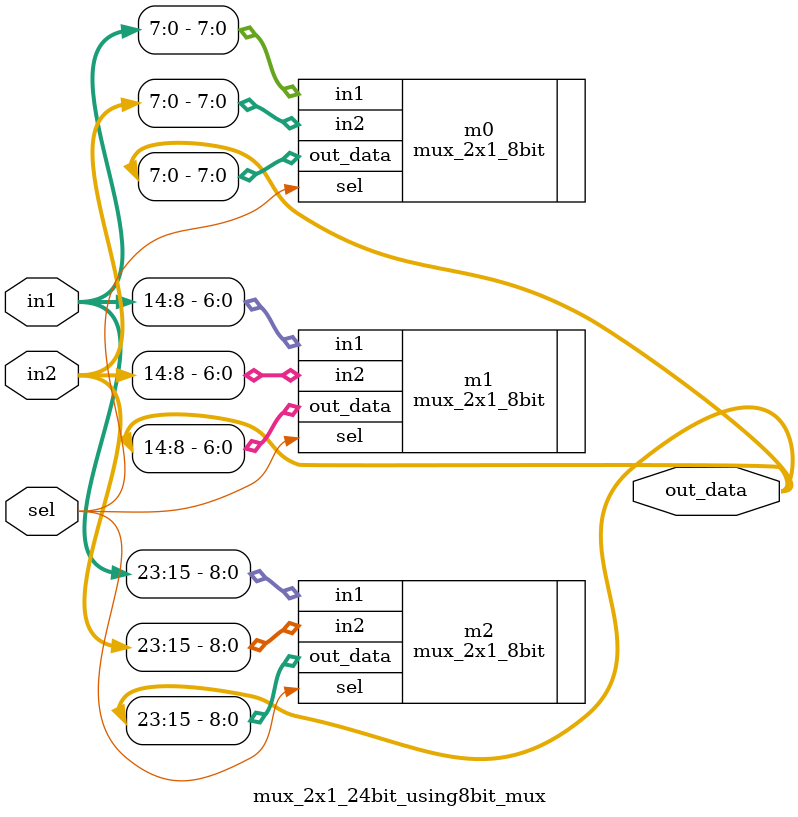
<source format=v>
module mux_2x1_24bit_using8bit_mux(in1,in2,sel,out_data);
	
	input wire [23:0] in1,in2;
	input wire sel;
	output wire [23:0] out_data;

	mux_2x1_8bit m2(.in1(in1[23:15]),.in2(in2[23:15]),.sel(sel),.out_data(out_data[23:15]));
	mux_2x1_8bit m1(.in1(in1[14:8]),.in2(in2[14:8]),.sel(sel),.out_data(out_data[14:8]));
	mux_2x1_8bit m0(.in1(in1[7:0]),.in2(in2[7:0]),.sel(sel),.out_data(out_data[7:0]));

endmodule

</source>
